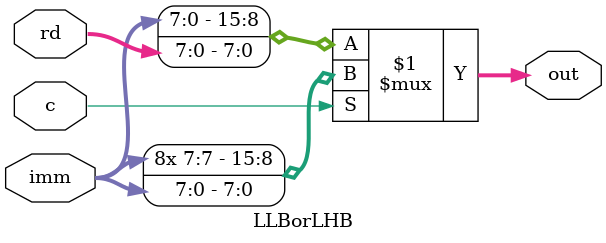
<source format=v>
module LLBorLHB(input c, input[15:0] rd, input[7:0] imm, output[15:0] out);
// if c is 1 rd gets lower 8 bits changed to input else rd gets higher 8 changed

assign out = (c) ? { {8{imm[7]}}, imm} : {imm, rd[7:0]};
 
endmodule



</source>
